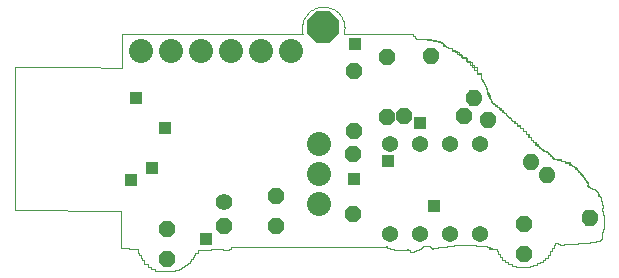
<source format=gbs>
G75*
%MOIN*%
%OFA0B0*%
%FSLAX24Y24*%
%IPPOS*%
%LPD*%
%AMOC8*
5,1,8,0,0,1.08239X$1,22.5*
%
%ADD10C,0.0010*%
%ADD11C,0.0004*%
%ADD12OC8,0.0540*%
%ADD13C,0.0108*%
%ADD14OC8,0.0560*%
%ADD15C,0.0560*%
%ADD16C,0.0540*%
%ADD17C,0.0800*%
%ADD18R,0.0436X0.0436*%
%ADD19OC8,0.1060*%
D10*
X005682Y009387D02*
X005682Y009460D01*
X005557Y009460D01*
X005557Y009555D01*
X005438Y009555D01*
X005438Y009675D01*
X005386Y009675D01*
X005386Y009746D01*
X005331Y009746D01*
X005331Y009835D01*
X005283Y009835D01*
X005283Y009927D01*
X005250Y009927D01*
X005250Y010007D01*
X005235Y010007D01*
X005235Y010055D01*
X005135Y010055D01*
X005135Y010061D01*
X004929Y010061D01*
X004929Y010074D01*
X004755Y010074D01*
X005682Y009387D02*
X005818Y009387D01*
X005818Y009333D01*
X005969Y009333D01*
X005969Y009320D01*
X006023Y009320D01*
X006023Y009312D01*
X006073Y009312D01*
X006073Y009309D01*
X006244Y009309D01*
X006244Y009310D01*
X006349Y009310D01*
X006349Y009313D01*
X006415Y009313D01*
X006415Y009320D02*
X006463Y009320D01*
X006463Y009335D01*
X006514Y009335D01*
X006514Y009363D02*
X006595Y009363D01*
X006595Y009396D01*
X006672Y009396D01*
X006672Y009417D01*
X006716Y009417D01*
X006716Y009440D01*
X006758Y009440D01*
X006758Y009471D01*
X006807Y009471D01*
X006807Y009514D01*
X006871Y009514D01*
X006871Y009550D01*
X006918Y009550D01*
X006918Y009598D01*
X006966Y009598D01*
X006966Y009653D01*
X007016Y009653D01*
X007016Y009715D01*
X007064Y009715D01*
X007064Y009780D01*
X007109Y009780D01*
X007109Y009846D01*
X007149Y009846D01*
X007149Y009909D01*
X007182Y009909D01*
X007207Y009931D01*
X007231Y009931D01*
X007231Y010005D01*
X007256Y010005D01*
X007256Y010011D01*
X007305Y010011D01*
X007305Y010014D01*
X007335Y010014D01*
X007335Y010017D01*
X007384Y010017D01*
X007384Y010021D01*
X007444Y010021D01*
X007444Y010023D01*
X007508Y010023D01*
X007508Y010027D01*
X007581Y010027D01*
X007581Y010031D01*
X007664Y010031D01*
X007664Y010037D01*
X007748Y010037D01*
X007748Y010043D01*
X007821Y010043D01*
X007821Y010049D01*
X007893Y010049D01*
X007893Y010053D01*
X007948Y010053D01*
X007948Y010055D01*
X007990Y010055D01*
X007990Y010056D01*
X008020Y010056D01*
X008020Y010054D01*
X008041Y010054D01*
X008041Y010051D01*
X008054Y010051D01*
X008054Y010045D01*
X008063Y010045D01*
X008063Y010038D01*
X008068Y010038D01*
X008068Y010023D01*
X008084Y010023D01*
X008084Y010011D01*
X008111Y010011D01*
X008111Y010003D01*
X008146Y010003D01*
X008146Y010001D01*
X008189Y010001D01*
X008189Y010003D01*
X008211Y010003D01*
X008211Y010007D01*
X008233Y010007D01*
X008233Y010017D01*
X008256Y010017D01*
X008256Y010031D01*
X008283Y010031D01*
X008283Y010049D01*
X008311Y010049D01*
X008311Y010066D01*
X008328Y010066D01*
X008328Y010088D01*
X008340Y010088D01*
X008353Y010123D01*
X008364Y010123D01*
X008377Y010124D01*
X013513Y010111D01*
X013488Y010154D01*
X013552Y010154D01*
X013552Y010099D01*
X013633Y010099D01*
X013633Y010063D01*
X013698Y010063D01*
X013698Y010040D01*
X013756Y010040D01*
X013756Y010026D01*
X013822Y010026D01*
X013822Y010018D01*
X013917Y010018D01*
X013917Y010016D01*
X014033Y010016D01*
X014033Y010020D01*
X014142Y010020D01*
X014142Y010031D01*
X014217Y010031D01*
X014217Y010036D01*
X014237Y010036D01*
X014237Y010035D01*
X014253Y010035D01*
X014253Y010024D01*
X014270Y010024D01*
X014270Y010000D01*
X014296Y010000D01*
X014296Y009965D01*
X014344Y009965D01*
X014344Y009949D01*
X014391Y009949D01*
X014391Y009953D01*
X014437Y009953D01*
X014437Y009975D01*
X014482Y009975D01*
X014482Y009991D01*
X014513Y009991D01*
X014513Y010008D01*
X014553Y010008D01*
X014553Y010030D01*
X014611Y010030D01*
X014611Y010054D01*
X014661Y010054D01*
X014661Y010079D01*
X014698Y010079D01*
X014698Y010103D01*
X014720Y010103D01*
X014720Y010123D01*
X014736Y010123D01*
X014736Y010136D01*
X014760Y010136D01*
X014760Y010143D01*
X014806Y010143D01*
X014806Y010149D01*
X014885Y010149D01*
X014885Y010154D01*
X014975Y010154D01*
X014975Y010131D01*
X014981Y010131D01*
X014981Y010107D01*
X014993Y010107D01*
X014993Y010083D01*
X015013Y010083D01*
X015013Y010071D01*
X015028Y010071D01*
X015028Y010063D01*
X015041Y010063D01*
X015041Y010061D01*
X015056Y010061D01*
X015056Y010063D01*
X015075Y010063D01*
X015075Y010067D01*
X015107Y010067D01*
X015107Y010075D01*
X015167Y010075D01*
X015167Y010087D01*
X015247Y010087D01*
X015247Y010100D01*
X015338Y010100D01*
X015338Y010114D01*
X015438Y010114D01*
X015438Y010129D01*
X015542Y010129D01*
X015542Y010142D01*
X015636Y010142D01*
X015636Y010152D01*
X015710Y010152D01*
X015710Y010160D01*
X015766Y010160D01*
X015766Y010169D01*
X015814Y010169D01*
X015814Y010176D01*
X015849Y010176D01*
X015849Y010182D01*
X015866Y010182D01*
X015866Y010187D01*
X015897Y010187D01*
X015897Y010188D01*
X015969Y010188D01*
X015969Y010186D01*
X016074Y010186D01*
X016074Y010182D01*
X016204Y010182D01*
X016204Y010176D01*
X016350Y010176D01*
X016350Y010167D01*
X016503Y010167D01*
X016503Y010156D01*
X016656Y010156D01*
X016656Y010144D01*
X016800Y010144D01*
X016800Y010139D01*
X016838Y010139D01*
X016838Y010134D01*
X016867Y010134D01*
X016867Y010128D01*
X016888Y010128D01*
X016888Y010119D01*
X016900Y010119D01*
X016900Y010112D01*
X016914Y010112D01*
X016914Y010105D01*
X016933Y010105D01*
X016933Y010100D01*
X016961Y010100D01*
X016961Y010097D01*
X017001Y010097D01*
X017001Y010093D01*
X017006Y010081D01*
X017006Y010075D01*
X017038Y010075D01*
X017038Y010066D01*
X017064Y010066D01*
X017064Y010051D01*
X016953Y010088D01*
X016953Y010063D01*
X016998Y010063D01*
X016998Y010048D01*
X017039Y010048D01*
X017039Y010040D01*
X017081Y010040D01*
X017081Y010038D01*
X017208Y010038D01*
X017208Y009988D01*
X017233Y009988D01*
X017233Y009887D01*
X017296Y009887D01*
X017296Y009784D01*
X017380Y009784D01*
X017380Y009690D01*
X017476Y009690D01*
X017476Y009615D01*
X017576Y009615D01*
X017576Y009549D01*
X017695Y009549D01*
X017695Y009499D01*
X017823Y009499D01*
X017823Y009464D01*
X017958Y009464D01*
X017958Y009446D01*
X018202Y009446D01*
X018202Y009459D01*
X018309Y009459D01*
X018309Y009484D01*
X018417Y009484D01*
X018417Y009520D01*
X018522Y009520D01*
X018522Y009567D01*
X018624Y009567D01*
X018624Y009624D01*
X018721Y009624D01*
X018721Y009690D01*
X018812Y009690D01*
X018812Y009765D01*
X018893Y009765D01*
X018893Y009861D01*
X018973Y009861D01*
X018973Y009972D01*
X019047Y009972D01*
X019047Y010084D01*
X019106Y010084D01*
X019106Y010184D01*
X019141Y010184D01*
X019141Y010231D01*
X019152Y010231D01*
X019152Y010235D01*
X019205Y010235D01*
X019205Y010237D01*
X019233Y010237D01*
X019233Y010235D01*
X019251Y010235D01*
X019251Y010231D01*
X019262Y010231D01*
X019262Y010222D01*
X019271Y010222D01*
X019271Y010209D01*
X019281Y010209D01*
X019281Y010201D01*
X019296Y010201D01*
X019296Y010196D01*
X019322Y010196D01*
X019322Y010194D01*
X019368Y010194D01*
X019368Y010197D01*
X019441Y010197D01*
X019441Y010203D01*
X019548Y010203D01*
X019548Y010214D01*
X019696Y010214D01*
X019696Y010229D01*
X019893Y010229D01*
X019893Y010242D01*
X020062Y010242D01*
X020062Y010251D01*
X020196Y010251D01*
X020196Y010260D01*
X020298Y010260D01*
X020298Y010267D01*
X020374Y010267D01*
X020374Y010273D01*
X020428Y010273D01*
X020428Y010278D01*
X020464Y010278D01*
X020464Y010284D01*
X020487Y010284D01*
X020487Y010290D01*
X020501Y010290D01*
X020501Y010303D01*
X020539Y010303D01*
X020539Y010308D01*
X020584Y010308D01*
X020584Y010309D01*
X020610Y010309D01*
X020610Y010313D01*
X020629Y010313D01*
X020629Y010323D01*
X020646Y010323D01*
X020646Y010340D01*
X020664Y010340D01*
X020664Y010361D01*
X020680Y010361D01*
X020680Y010378D01*
X020690Y010378D01*
X020690Y010401D01*
X020694Y010401D01*
X020694Y010436D01*
X020694Y010436D01*
X020694Y010491D01*
X020697Y010491D01*
X020697Y010543D01*
X020707Y010543D01*
X020707Y010587D01*
X020720Y010587D01*
X020720Y010616D01*
X020736Y010616D01*
X020736Y010649D01*
X020749Y010649D01*
X020749Y010713D01*
X020758Y010713D01*
X020758Y010799D01*
X020762Y010799D01*
X020762Y010899D01*
X020764Y010899D01*
X020764Y011003D01*
X020762Y011003D01*
X020762Y011103D01*
X020756Y011103D01*
X020756Y011189D01*
X020747Y011189D01*
X020747Y011254D01*
X020734Y011254D01*
X020734Y011330D01*
X020720Y011330D01*
X020720Y011403D01*
X020728Y011403D01*
X020728Y011475D01*
X020722Y011475D01*
X020722Y011533D01*
X020712Y011533D01*
X020712Y011597D01*
X020700Y011597D01*
X020700Y011660D01*
X020685Y011660D01*
X020685Y011715D01*
X020670Y011715D01*
X020670Y011758D01*
X020657Y011758D01*
X020657Y011782D01*
X020646Y011782D01*
X020646Y011798D01*
X020627Y011798D01*
X020627Y011804D01*
X020605Y011804D01*
X020605Y011805D01*
X020592Y011805D01*
X020592Y011810D01*
X020585Y011810D01*
X020585Y011820D01*
X020584Y011820D01*
X020584Y011839D01*
X020587Y011839D01*
X020587Y011860D01*
X020589Y011860D01*
X020589Y011879D01*
X020584Y011879D01*
X020584Y011903D01*
X020572Y011903D01*
X020572Y011940D01*
X020547Y011940D01*
X020547Y011964D01*
X020530Y011964D01*
X020530Y011982D01*
X020516Y011982D01*
X020516Y011998D01*
X020499Y011998D01*
X020499Y012011D01*
X020480Y012011D01*
X020480Y012024D01*
X020454Y012024D01*
X020454Y012040D01*
X020417Y012040D01*
X020417Y012060D01*
X020368Y012060D01*
X020368Y012085D01*
X020302Y012085D01*
X020302Y012102D01*
X020259Y012102D01*
X020259Y012115D01*
X020234Y012115D01*
X020234Y012127D01*
X020221Y012127D01*
X020221Y012142D01*
X020215Y012142D01*
X020215Y012164D01*
X020214Y012164D01*
X020214Y012179D01*
X020220Y012179D01*
X020220Y012195D01*
X020227Y012195D01*
X020227Y012220D01*
X020230Y012220D01*
X020230Y012235D01*
X020229Y012235D01*
X020229Y012248D01*
X020224Y012248D01*
X020224Y012258D01*
X020215Y012258D01*
X020215Y012267D01*
X020201Y012267D01*
X020201Y012281D01*
X020186Y012281D01*
X020186Y012305D01*
X020164Y012305D01*
X020164Y012338D01*
X020140Y012338D01*
X020140Y012374D01*
X020115Y012374D01*
X020115Y012413D01*
X020087Y012413D01*
X020087Y012456D01*
X020057Y012456D01*
X020057Y012496D01*
X020027Y012496D01*
X020027Y012529D01*
X020001Y012529D01*
X020001Y012557D01*
X019979Y012557D01*
X019979Y012582D01*
X019958Y012582D01*
X019958Y012602D01*
X019943Y012602D01*
X019943Y012614D01*
X019933Y012614D01*
X019933Y012629D01*
X019919Y012629D01*
X019919Y012655D01*
X019892Y012655D01*
X019892Y012689D01*
X019855Y012689D01*
X019855Y012727D01*
X019812Y012727D01*
X019812Y012775D01*
X019757Y012775D01*
X019757Y012812D01*
X019708Y012812D01*
X019708Y012840D01*
X019664Y012840D01*
X019664Y012866D01*
X019616Y012866D01*
X019616Y012931D01*
X019474Y012931D01*
X019474Y012989D01*
X019331Y012989D01*
X019331Y013032D01*
X019203Y013032D01*
X019203Y013055D01*
X019105Y013055D01*
X019105Y013059D01*
X019081Y013059D01*
X019081Y013066D01*
X019064Y013066D01*
X019064Y013080D01*
X019051Y013080D01*
X019051Y013103D01*
X019035Y013103D01*
X019035Y013119D01*
X019024Y013119D01*
X019024Y013135D01*
X019012Y013135D01*
X019012Y013148D01*
X019001Y013148D01*
X019001Y013155D01*
X018993Y013155D01*
X018993Y013165D01*
X018982Y013165D01*
X018982Y013183D01*
X018965Y013183D01*
X018965Y013206D01*
X018944Y013206D01*
X018944Y013233D01*
X018920Y013233D01*
X018920Y013255D01*
X018901Y013255D01*
X018901Y013271D01*
X018886Y013271D01*
X018886Y013283D01*
X018875Y013283D01*
X018875Y013291D01*
X018864Y013291D01*
X018864Y013297D01*
X018855Y013297D01*
X018855Y013299D01*
X018846Y013299D01*
X018846Y013301D01*
X018821Y013301D01*
X018821Y013305D01*
X018789Y013305D01*
X018789Y013316D01*
X018769Y013316D01*
X018769Y013332D01*
X018749Y013332D01*
X018749Y013348D01*
X018719Y013348D01*
X018719Y013366D01*
X018687Y013366D01*
X018687Y013385D01*
X018663Y013385D01*
X018663Y013403D01*
X018640Y013403D01*
X018640Y013418D01*
X018612Y013418D01*
X018612Y013435D01*
X018587Y013435D01*
X018587Y013473D01*
X018545Y013473D01*
X018545Y013531D01*
X018486Y013531D01*
X018486Y013611D01*
X018411Y013611D01*
X018411Y013686D01*
X018338Y013686D01*
X018338Y013775D01*
X018251Y013775D01*
X018251Y013872D01*
X018157Y013872D01*
X018157Y013972D01*
X018057Y013972D01*
X018057Y014070D01*
X017958Y014070D01*
X017958Y014164D01*
X017862Y014164D01*
X017862Y014246D01*
X017777Y014246D01*
X017777Y014314D01*
X017706Y014314D01*
X017706Y014354D01*
X017663Y014354D01*
X017663Y014400D01*
X017616Y014400D01*
X017616Y014443D01*
X017569Y014443D01*
X017569Y014481D01*
X017529Y014481D01*
X017529Y014521D01*
X017488Y014521D01*
X017488Y014567D01*
X017437Y014567D01*
X017437Y014618D01*
X017380Y014618D01*
X017380Y014673D01*
X017320Y014673D01*
X017320Y014728D01*
X017258Y014728D01*
X017258Y014780D01*
X017198Y014780D01*
X017198Y014828D01*
X017142Y014828D01*
X017142Y014869D01*
X017094Y014869D01*
X017094Y014896D01*
X017063Y014896D01*
X017063Y014921D01*
X017037Y014921D01*
X017037Y014940D01*
X017020Y014940D01*
X017020Y014951D01*
X017013Y014951D01*
X017013Y014966D01*
X017008Y014966D01*
X017008Y014996D01*
X016996Y014996D01*
X016996Y015036D01*
X016976Y015036D01*
X016976Y015083D01*
X016953Y015083D01*
X016953Y015165D01*
X016913Y015165D01*
X016913Y015230D01*
X016885Y015230D01*
X016885Y015281D01*
X016869Y015281D01*
X016869Y015321D01*
X016865Y015321D01*
X016865Y015342D01*
X016860Y015342D01*
X016860Y015377D01*
X016846Y015377D01*
X016846Y015424D01*
X016825Y015424D01*
X016825Y015479D01*
X016797Y015479D01*
X016797Y015538D01*
X016766Y015538D01*
X016766Y015600D01*
X016731Y015600D01*
X016731Y015661D01*
X016695Y015661D01*
X016695Y015719D01*
X016660Y015719D01*
X016660Y015878D01*
X016549Y015878D01*
X016549Y016033D01*
X016427Y016033D01*
X016427Y016180D01*
X016294Y016180D01*
X016294Y016318D01*
X016155Y016318D01*
X016155Y016444D01*
X016010Y016444D01*
X016010Y016557D01*
X015862Y016557D01*
X015862Y016655D01*
X015714Y016655D01*
X015714Y016736D01*
X015566Y016736D01*
X015566Y016773D01*
X015490Y016773D01*
X015490Y016801D01*
X015446Y016801D01*
X015446Y016827D01*
X015420Y016827D01*
X015420Y016864D01*
X015399Y016864D01*
X015399Y016883D01*
X015388Y016883D01*
X015388Y016900D01*
X015375Y016900D01*
X015375Y016916D01*
X015361Y016916D01*
X015361Y016926D01*
X015347Y016926D01*
X015347Y016946D01*
X015306Y016946D01*
X015306Y016964D01*
X015246Y016964D01*
X015246Y016982D01*
X015170Y016982D01*
X015170Y016998D01*
X015080Y016998D01*
X015080Y017012D01*
X014979Y017012D01*
X014979Y017025D01*
X014868Y017025D01*
X014868Y017036D01*
X014750Y017036D01*
X014750Y017044D01*
X014627Y017044D01*
X014627Y017050D01*
X014493Y017050D01*
X014493Y017088D01*
X014475Y017088D01*
X014475Y017120D01*
X014458Y017120D01*
X014458Y017142D01*
X014441Y017142D01*
X014441Y017143D01*
X014438Y017143D01*
X014438Y017144D01*
X014431Y017144D01*
X014431Y017145D01*
X014420Y017145D01*
X014420Y017146D01*
X014403Y017146D01*
X014412Y017156D02*
X014429Y017156D01*
X014429Y017155D01*
X014440Y017155D01*
X014440Y017154D01*
X014448Y017154D01*
X014448Y017153D01*
X014451Y017153D01*
X014451Y017151D01*
X014467Y017151D01*
X014467Y017129D01*
X014484Y017129D01*
X014484Y017098D01*
X014501Y017098D01*
X014501Y017059D01*
X014635Y017059D01*
X014635Y017053D01*
X014759Y017053D01*
X014759Y017045D01*
X014877Y017045D01*
X014877Y017035D01*
X014988Y017035D01*
X014988Y017022D01*
X015090Y017022D01*
X015090Y017007D01*
X015179Y017007D01*
X015179Y016991D01*
X015255Y016991D01*
X015255Y016973D01*
X015315Y016973D01*
X015315Y016954D01*
X015357Y016954D01*
X015357Y016935D01*
X015370Y016935D01*
X015370Y016925D01*
X015384Y016925D01*
X015384Y016910D01*
X015397Y016910D01*
X015397Y016892D01*
X015408Y016892D01*
X015408Y016874D01*
X015430Y016874D01*
X015430Y016837D01*
X015456Y016837D01*
X015456Y016810D01*
X015500Y016810D01*
X015500Y016783D01*
X015575Y016783D01*
X015575Y016745D01*
X015687Y016745D01*
X015687Y016684D01*
X015812Y016684D01*
X015812Y016606D01*
X015936Y016606D01*
X015936Y016519D01*
X016049Y016519D01*
X016049Y016430D01*
X016220Y016430D01*
X016220Y016274D01*
X016384Y016274D01*
X016384Y016100D01*
X016536Y016100D01*
X016536Y015916D01*
X016668Y015916D01*
X016668Y015728D01*
X016705Y015728D01*
X016705Y015671D01*
X016740Y015671D01*
X016740Y015609D01*
X016775Y015609D01*
X016775Y015548D01*
X016807Y015548D01*
X016807Y015488D01*
X016834Y015488D01*
X016834Y015433D01*
X016855Y015433D01*
X016855Y015387D01*
X016869Y015387D01*
X016869Y015351D01*
X016874Y015351D01*
X016874Y015330D01*
X016879Y015330D01*
X016879Y015290D01*
X016895Y015290D01*
X016895Y015239D01*
X016922Y015239D01*
X016922Y015174D01*
X016962Y015174D01*
X016962Y015092D01*
X016986Y015092D01*
X016986Y015046D01*
X017005Y015046D01*
X017005Y015005D01*
X017018Y015005D01*
X017018Y014975D01*
X017023Y014975D01*
X017023Y014961D01*
X017029Y014961D01*
X017029Y014950D01*
X017047Y014950D01*
X017047Y014931D01*
X017072Y014931D01*
X017072Y014906D01*
X017103Y014906D01*
X017103Y014878D01*
X017152Y014878D01*
X017152Y014837D01*
X017207Y014837D01*
X017207Y014789D01*
X017268Y014789D01*
X017268Y014737D01*
X017329Y014737D01*
X017329Y014682D01*
X017389Y014682D01*
X017389Y014628D01*
X017446Y014628D01*
X017446Y014576D01*
X017497Y014576D01*
X017497Y014529D01*
X017538Y014529D01*
X017538Y014491D01*
X017578Y014491D01*
X017578Y014453D01*
X017625Y014453D01*
X017625Y014409D01*
X017672Y014409D01*
X017672Y014364D01*
X017715Y014364D01*
X017715Y014324D01*
X017787Y014324D01*
X017787Y014256D01*
X017872Y014256D01*
X017872Y014173D01*
X017967Y014173D01*
X017967Y014080D01*
X018066Y014080D01*
X018066Y013981D01*
X018166Y013981D01*
X018166Y013881D01*
X018261Y013881D01*
X018261Y013785D01*
X018347Y013785D01*
X018347Y013696D01*
X018420Y013696D01*
X018420Y013620D01*
X018496Y013620D01*
X018496Y013540D01*
X018555Y013540D01*
X018555Y013482D01*
X018596Y013482D01*
X018596Y013445D01*
X018621Y013445D01*
X018621Y013428D01*
X018649Y013428D01*
X018649Y013412D01*
X018672Y013412D01*
X018672Y013394D01*
X018696Y013394D01*
X018696Y013375D01*
X018728Y013375D01*
X018728Y013358D01*
X018758Y013358D01*
X018758Y013342D01*
X018778Y013342D01*
X018778Y013325D01*
X018798Y013325D01*
X018798Y013314D01*
X018831Y013314D01*
X018831Y013310D01*
X018855Y013310D01*
X018855Y013309D01*
X018864Y013309D01*
X018864Y013305D01*
X018874Y013305D01*
X018874Y013301D01*
X018884Y013301D01*
X018884Y013292D01*
X018896Y013292D01*
X018896Y013281D01*
X018910Y013281D01*
X018910Y013264D01*
X018929Y013264D01*
X018929Y013242D01*
X018953Y013242D01*
X018953Y013216D01*
X018974Y013216D01*
X018974Y013192D01*
X018992Y013192D01*
X018992Y013174D01*
X019002Y013174D01*
X019002Y013165D01*
X019010Y013165D01*
X019010Y013157D01*
X019021Y013157D01*
X019021Y013145D01*
X019033Y013145D01*
X019033Y013129D01*
X019044Y013129D01*
X019044Y013111D01*
X019060Y013111D01*
X019060Y013089D01*
X019074Y013089D01*
X019074Y013075D01*
X019091Y013075D01*
X019091Y013068D01*
X019114Y013068D01*
X019114Y013063D01*
X019212Y013063D01*
X019212Y013041D01*
X019340Y013041D01*
X019340Y012998D01*
X019484Y012998D01*
X019484Y012941D01*
X019625Y012941D01*
X019625Y012875D01*
X019673Y012875D01*
X019673Y012849D01*
X019718Y012849D01*
X019718Y012820D01*
X019766Y012820D01*
X019766Y012784D01*
X019821Y012784D01*
X019821Y012737D01*
X019864Y012737D01*
X019864Y012698D01*
X019902Y012698D01*
X019902Y012664D01*
X019929Y012664D01*
X019929Y012638D01*
X019943Y012638D01*
X019943Y012624D01*
X019952Y012624D01*
X019952Y012611D01*
X019968Y012611D01*
X019968Y012591D01*
X019988Y012591D01*
X019988Y012566D01*
X020010Y012566D01*
X020010Y012538D01*
X020036Y012538D01*
X020036Y012506D01*
X020066Y012506D01*
X020066Y012466D01*
X020097Y012466D01*
X020097Y012423D01*
X020123Y012423D01*
X020123Y012383D01*
X020149Y012383D01*
X020149Y012347D01*
X020173Y012347D01*
X020173Y012315D01*
X020195Y012315D01*
X020195Y012291D01*
X020210Y012291D01*
X020210Y012277D01*
X020225Y012277D01*
X020225Y012267D01*
X020234Y012267D01*
X020234Y012256D01*
X020238Y012256D01*
X020238Y012241D01*
X020239Y012241D01*
X020239Y012220D01*
X020236Y012220D01*
X020236Y012188D01*
X020230Y012188D01*
X020230Y012170D01*
X020222Y012170D01*
X020222Y012153D01*
X020232Y012153D01*
X020232Y012136D01*
X020262Y012136D01*
X020262Y012116D01*
X020311Y012116D01*
X020311Y012094D01*
X014412Y017157D02*
X014412Y017156D01*
D11*
X014404Y017147D02*
X014391Y017216D01*
X012091Y017216D01*
X012092Y017216D02*
X012105Y017267D01*
X012114Y017319D01*
X012119Y017372D01*
X012121Y017425D01*
X012119Y017477D01*
X012112Y017530D01*
X012102Y017581D01*
X012088Y017632D01*
X012070Y017682D01*
X012049Y017730D01*
X012024Y017777D01*
X011995Y017821D01*
X011964Y017863D01*
X011929Y017903D01*
X011891Y017940D01*
X011851Y017975D01*
X011809Y018006D01*
X011764Y018034D01*
X011717Y018058D01*
X011669Y018079D01*
X011619Y018096D01*
X011568Y018110D01*
X011516Y018119D01*
X011463Y018125D01*
X011410Y018127D01*
X011358Y018125D01*
X011305Y018119D01*
X011253Y018109D01*
X011202Y018095D01*
X011153Y018078D01*
X011104Y018057D01*
X011058Y018032D01*
X011013Y018004D01*
X010970Y017973D01*
X010930Y017938D01*
X010893Y017901D01*
X010859Y017861D01*
X010827Y017819D01*
X010799Y017774D01*
X010774Y017728D01*
X010753Y017679D01*
X010735Y017629D01*
X010721Y017579D01*
X010711Y017527D01*
X010705Y017474D01*
X010703Y017422D01*
X010705Y017369D01*
X010710Y017316D01*
X010720Y017264D01*
X010733Y017213D01*
X010733Y017214D02*
X004715Y017224D01*
X004715Y016090D01*
X003273Y016100D01*
X001139Y016109D01*
X001130Y011342D01*
X004657Y011332D01*
X004657Y010265D01*
X004657Y010073D01*
X004754Y010073D01*
D12*
X006212Y009718D03*
X006212Y010718D03*
X009825Y010803D03*
X009825Y011803D03*
X012400Y011216D03*
X012400Y013216D03*
X012425Y013978D03*
X013535Y014463D03*
X014115Y014479D03*
X012425Y015978D03*
X013535Y016463D03*
X016115Y014479D03*
X018092Y010877D03*
X018092Y009877D03*
D13*
X020238Y011274D02*
X020184Y011328D01*
X020362Y011328D01*
X020488Y011202D01*
X020488Y011024D01*
X020362Y010898D01*
X020184Y010898D01*
X020058Y011024D01*
X020058Y011202D01*
X020184Y011328D01*
X020217Y011247D01*
X020329Y011247D01*
X020407Y011169D01*
X020407Y011057D01*
X020329Y010979D01*
X020217Y010979D01*
X020139Y011057D01*
X020139Y011169D01*
X020217Y011247D01*
X020251Y011166D01*
X020295Y011166D01*
X020326Y011135D01*
X020326Y011091D01*
X020295Y011060D01*
X020251Y011060D01*
X020220Y011091D01*
X020220Y011135D01*
X020251Y011166D01*
X018824Y012688D02*
X018770Y012742D01*
X018948Y012742D01*
X019074Y012616D01*
X019074Y012438D01*
X018948Y012312D01*
X018770Y012312D01*
X018644Y012438D01*
X018644Y012616D01*
X018770Y012742D01*
X018803Y012661D01*
X018915Y012661D01*
X018993Y012583D01*
X018993Y012471D01*
X018915Y012393D01*
X018803Y012393D01*
X018725Y012471D01*
X018725Y012583D01*
X018803Y012661D01*
X018837Y012580D01*
X018881Y012580D01*
X018912Y012549D01*
X018912Y012505D01*
X018881Y012474D01*
X018837Y012474D01*
X018806Y012505D01*
X018806Y012549D01*
X018837Y012580D01*
X018346Y012802D02*
X018400Y012748D01*
X018222Y012748D01*
X018096Y012874D01*
X018096Y013052D01*
X018222Y013178D01*
X018400Y013178D01*
X018526Y013052D01*
X018526Y012874D01*
X018400Y012748D01*
X018367Y012829D01*
X018255Y012829D01*
X018177Y012907D01*
X018177Y013019D01*
X018255Y013097D01*
X018367Y013097D01*
X018445Y013019D01*
X018445Y012907D01*
X018367Y012829D01*
X018333Y012910D01*
X018289Y012910D01*
X018258Y012941D01*
X018258Y012985D01*
X018289Y013016D01*
X018333Y013016D01*
X018364Y012985D01*
X018364Y012941D01*
X018333Y012910D01*
X016932Y014217D02*
X016986Y014163D01*
X016808Y014163D01*
X016682Y014289D01*
X016682Y014467D01*
X016808Y014593D01*
X016986Y014593D01*
X017112Y014467D01*
X017112Y014289D01*
X016986Y014163D01*
X016953Y014244D01*
X016841Y014244D01*
X016763Y014322D01*
X016763Y014434D01*
X016841Y014512D01*
X016953Y014512D01*
X017031Y014434D01*
X017031Y014322D01*
X016953Y014244D01*
X016919Y014325D01*
X016875Y014325D01*
X016844Y014356D01*
X016844Y014400D01*
X016875Y014431D01*
X016919Y014431D01*
X016950Y014400D01*
X016950Y014356D01*
X016919Y014325D01*
X016441Y014938D02*
X016495Y014884D01*
X016317Y014884D01*
X016191Y015010D01*
X016191Y015188D01*
X016317Y015314D01*
X016495Y015314D01*
X016621Y015188D01*
X016621Y015010D01*
X016495Y014884D01*
X016462Y014965D01*
X016350Y014965D01*
X016272Y015043D01*
X016272Y015155D01*
X016350Y015233D01*
X016462Y015233D01*
X016540Y015155D01*
X016540Y015043D01*
X016462Y014965D01*
X016428Y015046D01*
X016384Y015046D01*
X016353Y015077D01*
X016353Y015121D01*
X016384Y015152D01*
X016428Y015152D01*
X016459Y015121D01*
X016459Y015077D01*
X016428Y015046D01*
X015027Y016352D02*
X015081Y016298D01*
X014903Y016298D01*
X014777Y016424D01*
X014777Y016602D01*
X014903Y016728D01*
X015081Y016728D01*
X015207Y016602D01*
X015207Y016424D01*
X015081Y016298D01*
X015048Y016379D01*
X014936Y016379D01*
X014858Y016457D01*
X014858Y016569D01*
X014936Y016647D01*
X015048Y016647D01*
X015126Y016569D01*
X015126Y016457D01*
X015048Y016379D01*
X015014Y016460D01*
X014970Y016460D01*
X014939Y016491D01*
X014939Y016535D01*
X014970Y016566D01*
X015014Y016566D01*
X015045Y016535D01*
X015045Y016491D01*
X015014Y016460D01*
D14*
X008108Y010812D03*
D15*
X008108Y011612D03*
D16*
X013629Y010564D03*
X014629Y010564D03*
X015629Y010564D03*
X016629Y010564D03*
X016629Y013564D03*
X015629Y013564D03*
X014629Y013564D03*
X013629Y013564D03*
D17*
X011277Y013560D03*
X011277Y012560D03*
X011277Y011560D03*
X010339Y016660D03*
X009339Y016660D03*
X008339Y016660D03*
X007339Y016660D03*
X006339Y016660D03*
X005339Y016660D03*
D18*
X005177Y015098D03*
X006140Y014085D03*
X005702Y012760D03*
X005003Y012335D03*
X007502Y010398D03*
X012427Y012385D03*
X013564Y012985D03*
X014639Y014235D03*
X012464Y016872D03*
X015114Y011499D03*
D19*
X011405Y017455D03*
M02*

</source>
